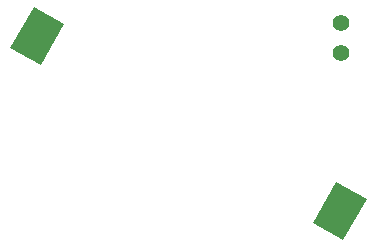
<source format=gbs>
G04 (created by PCBNEW (2013-07-07 BZR 4022)-stable) date 24/01/2014 12:39:24 p.m.*
%MOIN*%
G04 Gerber Fmt 3.4, Leading zero omitted, Abs format*
%FSLAX34Y34*%
G01*
G70*
G90*
G04 APERTURE LIST*
%ADD10C,0.00590551*%
%ADD11C,0.055*%
G04 APERTURE END LIST*
G54D10*
G54D11*
X74600Y-54400D03*
X74600Y-55400D03*
G54D10*
G36*
X73640Y-61050D02*
X74428Y-59686D01*
X75451Y-60276D01*
X74663Y-61640D01*
X73640Y-61050D01*
X73640Y-61050D01*
G37*
G36*
X63548Y-55223D02*
X64336Y-53859D01*
X65359Y-54449D01*
X64571Y-55813D01*
X63548Y-55223D01*
X63548Y-55223D01*
G37*
M02*

</source>
